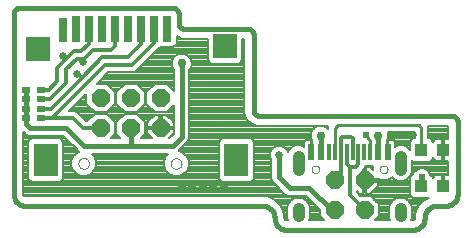
<source format=gtl>
G75*
G70*
%OFA0B0*%
%FSLAX24Y24*%
%IPPOS*%
%LPD*%
%AMOC8*
5,1,8,0,0,1.08239X$1,22.5*
%
%ADD10C,0.0160*%
%ADD11R,0.0800X0.1100*%
%ADD12R,0.0295X0.0900*%
%ADD13R,0.0295X0.0801*%
%ADD14R,0.0800X0.0800*%
%ADD15C,0.0000*%
%ADD16R,0.0394X0.0433*%
%ADD17R,0.0118X0.0571*%
%ADD18R,0.0236X0.0571*%
%ADD19R,0.0217X0.0571*%
%ADD20C,0.0394*%
%ADD21R,0.0256X0.0197*%
%ADD22OC8,0.0600*%
%ADD23C,0.0100*%
%ADD24C,0.0240*%
%ADD25C,0.0300*%
%ADD26C,0.0260*%
%ADD27C,0.0120*%
%ADD28C,0.0080*%
D10*
X001140Y001540D02*
X009040Y001540D01*
X009079Y001538D01*
X009118Y001532D01*
X009156Y001523D01*
X009193Y001510D01*
X009229Y001493D01*
X009262Y001473D01*
X009294Y001449D01*
X009323Y001423D01*
X009349Y001394D01*
X009373Y001362D01*
X009393Y001329D01*
X009410Y001293D01*
X009423Y001256D01*
X009432Y001218D01*
X009438Y001179D01*
X009440Y001140D01*
X009442Y001101D01*
X009448Y001062D01*
X009457Y001024D01*
X009470Y000987D01*
X009487Y000951D01*
X009507Y000918D01*
X009531Y000886D01*
X009557Y000857D01*
X009586Y000831D01*
X009618Y000807D01*
X009651Y000787D01*
X009687Y000770D01*
X009724Y000757D01*
X009762Y000748D01*
X009801Y000742D01*
X009840Y000740D01*
X014040Y000740D01*
X014079Y000742D01*
X014118Y000748D01*
X014156Y000757D01*
X014193Y000770D01*
X014229Y000787D01*
X014262Y000807D01*
X014294Y000831D01*
X014323Y000857D01*
X014349Y000886D01*
X014373Y000918D01*
X014393Y000951D01*
X014410Y000987D01*
X014423Y001024D01*
X014432Y001062D01*
X014438Y001101D01*
X014440Y001140D01*
X014442Y001179D01*
X014448Y001218D01*
X014457Y001256D01*
X014470Y001293D01*
X014487Y001329D01*
X014507Y001362D01*
X014531Y001394D01*
X014557Y001423D01*
X014586Y001449D01*
X014618Y001473D01*
X014651Y001493D01*
X014687Y001510D01*
X014724Y001523D01*
X014762Y001532D01*
X014801Y001538D01*
X014840Y001540D01*
X015140Y001540D01*
X015179Y001542D01*
X015218Y001548D01*
X015256Y001557D01*
X015293Y001570D01*
X015329Y001587D01*
X015362Y001607D01*
X015394Y001631D01*
X015423Y001657D01*
X015449Y001686D01*
X015473Y001718D01*
X015493Y001751D01*
X015510Y001787D01*
X015523Y001824D01*
X015532Y001862D01*
X015538Y001901D01*
X015540Y001940D01*
X015540Y004340D01*
X015538Y004366D01*
X015533Y004392D01*
X015525Y004417D01*
X015513Y004440D01*
X015499Y004462D01*
X015481Y004481D01*
X015462Y004499D01*
X015440Y004513D01*
X015417Y004525D01*
X015392Y004533D01*
X015366Y004538D01*
X015340Y004540D01*
X008940Y004540D01*
X008914Y004542D01*
X008888Y004547D01*
X008863Y004555D01*
X008840Y004567D01*
X008818Y004581D01*
X008799Y004599D01*
X008781Y004618D01*
X008767Y004640D01*
X008755Y004663D01*
X008747Y004688D01*
X008742Y004714D01*
X008740Y004740D01*
X008740Y007240D01*
X008738Y007266D01*
X008733Y007292D01*
X008725Y007317D01*
X008713Y007340D01*
X008699Y007362D01*
X008681Y007381D01*
X008662Y007399D01*
X008640Y007413D01*
X008617Y007425D01*
X008592Y007433D01*
X008566Y007438D01*
X008540Y007440D01*
X006440Y007440D01*
X006414Y007442D01*
X006388Y007447D01*
X006363Y007455D01*
X006340Y007467D01*
X006318Y007481D01*
X006299Y007499D01*
X006281Y007518D01*
X006267Y007540D01*
X006255Y007563D01*
X006247Y007588D01*
X006242Y007614D01*
X006240Y007640D01*
X006240Y007940D01*
X006238Y007966D01*
X006233Y007992D01*
X006225Y008017D01*
X006213Y008040D01*
X006199Y008062D01*
X006181Y008081D01*
X006162Y008099D01*
X006140Y008113D01*
X006117Y008125D01*
X006092Y008133D01*
X006066Y008138D01*
X006040Y008140D01*
X000940Y008140D01*
X000914Y008138D01*
X000888Y008133D01*
X000863Y008125D01*
X000840Y008113D01*
X000818Y008099D01*
X000799Y008081D01*
X000781Y008062D01*
X000767Y008040D01*
X000755Y008017D01*
X000747Y007992D01*
X000742Y007966D01*
X000740Y007940D01*
X000740Y001940D01*
X000742Y001901D01*
X000748Y001862D01*
X000757Y001824D01*
X000770Y001787D01*
X000787Y001751D01*
X000807Y001718D01*
X000831Y001686D01*
X000857Y001657D01*
X000886Y001631D01*
X000918Y001607D01*
X000951Y001587D01*
X000987Y001570D01*
X001024Y001557D01*
X001062Y001548D01*
X001101Y001542D01*
X001140Y001540D01*
X003090Y003540D02*
X004690Y003540D01*
X004640Y003590D01*
X004640Y004140D01*
X004690Y003540D02*
X006040Y003540D01*
X006340Y003840D01*
X006340Y006290D01*
X004545Y007451D02*
X004540Y007456D01*
X004540Y007740D01*
X001144Y005412D02*
X001144Y005097D01*
X001144Y004783D01*
X001144Y004468D01*
X001144Y004286D01*
X001290Y004140D01*
X002490Y004140D01*
X003090Y003540D01*
X009590Y003240D02*
X009590Y002490D01*
X009940Y002140D01*
X010590Y002140D01*
X011340Y001390D01*
X011440Y001390D01*
X010973Y003328D02*
X010973Y003878D01*
X012902Y003878D02*
X012902Y003328D01*
D11*
X008164Y003067D03*
X001814Y003067D03*
D12*
X002813Y007451D03*
X003246Y007451D03*
X003679Y007451D03*
X004112Y007451D03*
X004545Y007451D03*
X004978Y007451D03*
X005411Y007451D03*
X005844Y007451D03*
D13*
X002380Y007401D03*
D14*
X001564Y006767D03*
X007784Y006867D03*
D15*
X005982Y002953D02*
X005984Y002979D01*
X005990Y003005D01*
X006000Y003030D01*
X006013Y003053D01*
X006029Y003073D01*
X006049Y003091D01*
X006071Y003106D01*
X006094Y003118D01*
X006120Y003126D01*
X006146Y003130D01*
X006172Y003130D01*
X006198Y003126D01*
X006224Y003118D01*
X006248Y003106D01*
X006269Y003091D01*
X006289Y003073D01*
X006305Y003053D01*
X006318Y003030D01*
X006328Y003005D01*
X006334Y002979D01*
X006336Y002953D01*
X006334Y002927D01*
X006328Y002901D01*
X006318Y002876D01*
X006305Y002853D01*
X006289Y002833D01*
X006269Y002815D01*
X006247Y002800D01*
X006224Y002788D01*
X006198Y002780D01*
X006172Y002776D01*
X006146Y002776D01*
X006120Y002780D01*
X006094Y002788D01*
X006070Y002800D01*
X006049Y002815D01*
X006029Y002833D01*
X006013Y002853D01*
X006000Y002876D01*
X005990Y002901D01*
X005984Y002927D01*
X005982Y002953D01*
X002899Y002957D02*
X002901Y002983D01*
X002907Y003009D01*
X002917Y003034D01*
X002930Y003057D01*
X002946Y003077D01*
X002966Y003095D01*
X002988Y003110D01*
X003011Y003122D01*
X003037Y003130D01*
X003063Y003134D01*
X003089Y003134D01*
X003115Y003130D01*
X003141Y003122D01*
X003165Y003110D01*
X003186Y003095D01*
X003206Y003077D01*
X003222Y003057D01*
X003235Y003034D01*
X003245Y003009D01*
X003251Y002983D01*
X003253Y002957D01*
X003251Y002931D01*
X003245Y002905D01*
X003235Y002880D01*
X003222Y002857D01*
X003206Y002837D01*
X003186Y002819D01*
X003164Y002804D01*
X003141Y002792D01*
X003115Y002784D01*
X003089Y002780D01*
X003063Y002780D01*
X003037Y002784D01*
X003011Y002792D01*
X002987Y002804D01*
X002966Y002819D01*
X002946Y002837D01*
X002930Y002857D01*
X002917Y002880D01*
X002907Y002905D01*
X002901Y002931D01*
X002899Y002957D01*
X010672Y002759D02*
X010674Y002781D01*
X010680Y002803D01*
X010689Y002823D01*
X010702Y002841D01*
X010718Y002857D01*
X010736Y002870D01*
X010756Y002879D01*
X010778Y002885D01*
X010800Y002887D01*
X010822Y002885D01*
X010844Y002879D01*
X010864Y002870D01*
X010882Y002857D01*
X010898Y002841D01*
X010911Y002823D01*
X010920Y002803D01*
X010926Y002781D01*
X010928Y002759D01*
X010926Y002737D01*
X010920Y002715D01*
X010911Y002695D01*
X010898Y002677D01*
X010882Y002661D01*
X010864Y002648D01*
X010844Y002639D01*
X010822Y002633D01*
X010800Y002631D01*
X010778Y002633D01*
X010756Y002639D01*
X010736Y002648D01*
X010718Y002661D01*
X010702Y002677D01*
X010689Y002695D01*
X010680Y002715D01*
X010674Y002737D01*
X010672Y002759D01*
X012947Y002759D02*
X012949Y002781D01*
X012955Y002803D01*
X012964Y002823D01*
X012977Y002841D01*
X012993Y002857D01*
X013011Y002870D01*
X013031Y002879D01*
X013053Y002885D01*
X013075Y002887D01*
X013097Y002885D01*
X013119Y002879D01*
X013139Y002870D01*
X013157Y002857D01*
X013173Y002841D01*
X013186Y002823D01*
X013195Y002803D01*
X013201Y002781D01*
X013203Y002759D01*
X013201Y002737D01*
X013195Y002715D01*
X013186Y002695D01*
X013173Y002677D01*
X013157Y002661D01*
X013139Y002648D01*
X013119Y002639D01*
X013097Y002633D01*
X013075Y002631D01*
X013053Y002633D01*
X013031Y002639D01*
X013011Y002648D01*
X012993Y002661D01*
X012977Y002677D01*
X012964Y002695D01*
X012955Y002715D01*
X012949Y002737D01*
X012947Y002759D01*
D16*
X014335Y002208D03*
X015045Y002208D03*
X015045Y003408D03*
X014335Y003408D03*
D17*
X012627Y003328D03*
X012430Y003328D03*
X012233Y003328D03*
X012036Y003328D03*
X011839Y003328D03*
X011642Y003328D03*
X011446Y003328D03*
X011249Y003328D03*
D18*
X010668Y003328D03*
X013207Y003328D03*
D19*
X012902Y003328D03*
X010973Y003328D03*
D20*
X010237Y003184D02*
X010237Y002752D01*
X010237Y001440D02*
X010237Y001204D01*
X013638Y001204D02*
X013638Y001440D01*
X013638Y002752D02*
X013638Y003184D01*
D21*
X001636Y004468D03*
X001144Y004468D03*
X001144Y004783D03*
X001636Y004783D03*
X001636Y005097D03*
X001636Y005412D03*
X001144Y005412D03*
X001144Y005097D03*
D22*
X003640Y005140D03*
X004640Y005140D03*
X005640Y005140D03*
X005640Y004140D03*
X004640Y004140D03*
X003640Y004140D03*
X011440Y002390D03*
X012440Y002390D03*
X012440Y001390D03*
X011440Y001390D03*
D23*
X014335Y002208D02*
X014335Y002435D01*
X014335Y002485D01*
X014340Y002490D01*
X014340Y002440D02*
X014335Y002435D01*
X014335Y003408D02*
X014335Y004145D01*
X014240Y004240D01*
X011540Y004240D01*
X011446Y004146D01*
X011446Y003328D01*
X012627Y003328D02*
X012627Y003703D01*
X012490Y003890D01*
D24*
X012490Y003890D03*
X014340Y002490D03*
D25*
X012902Y003878D03*
X010973Y003878D03*
X006340Y006290D03*
X004540Y007740D03*
D26*
X003690Y007740D03*
X002390Y006540D03*
X003040Y006340D03*
X002840Y005940D03*
X009590Y003240D03*
X007740Y002190D03*
X007390Y002190D03*
X007040Y002190D03*
X006690Y002190D03*
X006340Y002190D03*
X013340Y003890D03*
X013690Y003890D03*
X014040Y003890D03*
D27*
X012233Y003328D02*
X012233Y002933D01*
X012140Y002840D01*
X011940Y002840D01*
X011940Y001890D01*
X012440Y001390D01*
X011440Y002390D02*
X011642Y002592D01*
X011642Y003792D01*
X011690Y003840D01*
X011990Y003840D01*
X012036Y003794D01*
X012036Y003328D01*
X011840Y003340D02*
X011840Y002940D01*
X011940Y002840D01*
X005411Y006961D02*
X004690Y006240D01*
X003790Y006240D01*
X002018Y004468D01*
X002712Y004468D01*
X003040Y004140D01*
X003640Y004140D01*
X002018Y004468D02*
X001636Y004468D01*
X001636Y004783D02*
X001983Y004783D01*
X003015Y005815D01*
X002890Y005940D01*
X002840Y005940D01*
X003015Y005815D02*
X003690Y006490D01*
X004540Y006490D01*
X004978Y006928D01*
X004978Y007451D01*
X005411Y007451D02*
X005411Y006961D01*
X004112Y006862D02*
X004112Y007451D01*
X003690Y007462D02*
X003679Y007451D01*
X003690Y007462D02*
X003690Y007740D01*
X003246Y007451D02*
X003246Y006946D01*
X002990Y006690D01*
X002740Y006690D01*
X002490Y006440D01*
X002390Y006540D01*
X002490Y006440D02*
X002190Y006140D01*
X002190Y005690D01*
X001912Y005412D01*
X001636Y005412D01*
X001636Y005097D02*
X001947Y005097D01*
X002490Y005640D01*
X002490Y006090D01*
X002840Y006440D01*
X003040Y006440D01*
X003040Y006340D01*
X003040Y006440D02*
X003090Y006440D01*
X003390Y006740D01*
X003990Y006740D01*
X004112Y006862D01*
D28*
X005175Y006386D02*
X006022Y006386D01*
X006010Y006356D02*
X006010Y006224D01*
X006060Y006103D01*
X006080Y006083D01*
X006080Y005379D01*
X005839Y005620D01*
X005441Y005620D01*
X005160Y005339D01*
X005160Y004941D01*
X005441Y004660D01*
X005839Y004660D01*
X006080Y004901D01*
X006080Y003948D01*
X005932Y003800D01*
X005922Y003800D01*
X006080Y003958D01*
X006080Y004100D01*
X005680Y004100D01*
X005680Y004180D01*
X005600Y004180D01*
X005600Y004580D01*
X005458Y004580D01*
X005200Y004322D01*
X005200Y004180D01*
X005600Y004180D01*
X005600Y004100D01*
X005200Y004100D01*
X005200Y003958D01*
X005358Y003800D01*
X004979Y003800D01*
X005120Y003941D01*
X005120Y004339D01*
X004839Y004620D01*
X004441Y004620D01*
X004160Y004339D01*
X004160Y003941D01*
X004301Y003800D01*
X003979Y003800D01*
X004120Y003941D01*
X004120Y004339D01*
X003839Y004620D01*
X003441Y004620D01*
X003201Y004380D01*
X003139Y004380D01*
X002916Y004604D01*
X002848Y004671D01*
X002760Y004708D01*
X002597Y004708D01*
X003160Y005271D01*
X003160Y004941D01*
X003441Y004660D01*
X003839Y004660D01*
X004120Y004941D01*
X004120Y005339D01*
X003839Y005620D01*
X003509Y005620D01*
X003889Y006000D01*
X004738Y006000D01*
X004826Y006037D01*
X005547Y006758D01*
X005610Y006821D01*
X006066Y006821D01*
X006172Y006926D01*
X006172Y007188D01*
X006337Y007120D01*
X007204Y007120D01*
X007204Y006393D01*
X007309Y006287D01*
X008258Y006287D01*
X008364Y006393D01*
X008364Y007120D01*
X008420Y007120D01*
X008420Y004637D01*
X008499Y004445D01*
X008645Y004299D01*
X008645Y004299D01*
X008837Y004220D01*
X011216Y004220D01*
X011216Y004102D01*
X011160Y004158D01*
X011039Y004208D01*
X010907Y004208D01*
X010786Y004158D01*
X010693Y004065D01*
X010643Y003943D01*
X010643Y003812D01*
X010687Y003706D01*
X010687Y003690D01*
X010685Y003688D01*
X010685Y003347D01*
X010649Y003347D01*
X010649Y003753D01*
X010531Y003753D01*
X010496Y003744D01*
X010464Y003725D01*
X010438Y003699D01*
X010419Y003667D01*
X010410Y003632D01*
X010410Y003520D01*
X010312Y003561D01*
X010162Y003561D01*
X010023Y003504D01*
X009917Y003398D01*
X009889Y003329D01*
X009853Y003416D01*
X009766Y003503D01*
X009652Y003550D01*
X009528Y003550D01*
X009414Y003503D01*
X009327Y003416D01*
X009280Y003302D01*
X009280Y003178D01*
X009327Y003064D01*
X009330Y003062D01*
X009330Y002438D01*
X009370Y002343D01*
X009443Y002270D01*
X009793Y001920D01*
X009888Y001880D01*
X010482Y001880D01*
X010960Y001402D01*
X010960Y001191D01*
X011091Y001060D01*
X010585Y001060D01*
X010614Y001129D01*
X010614Y001515D01*
X010556Y001653D01*
X010450Y001759D01*
X010312Y001817D01*
X010162Y001817D01*
X010023Y001759D01*
X009917Y001653D01*
X009860Y001515D01*
X009860Y001129D01*
X009889Y001060D01*
X009840Y001060D01*
X009824Y001062D01*
X009796Y001073D01*
X009773Y001096D01*
X009762Y001124D01*
X009760Y001140D01*
X009760Y001283D01*
X009860Y001283D01*
X009860Y001204D02*
X009760Y001204D01*
X009761Y001126D02*
X009861Y001126D01*
X009760Y001283D02*
X009650Y001548D01*
X009448Y001750D01*
X009448Y001750D01*
X009183Y001860D01*
X001140Y001860D01*
X001124Y001862D01*
X001096Y001873D01*
X001073Y001896D01*
X001062Y001924D01*
X001060Y001940D01*
X001060Y004002D01*
X001070Y003993D01*
X001143Y003920D01*
X001238Y003880D01*
X002382Y003880D01*
X002870Y003393D01*
X002919Y003344D01*
X002840Y003311D01*
X002722Y003194D01*
X002659Y003040D01*
X002659Y002874D01*
X002722Y002721D01*
X002840Y002604D01*
X002993Y002540D01*
X003159Y002540D01*
X003312Y002604D01*
X003429Y002721D01*
X003493Y002874D01*
X003493Y003040D01*
X003429Y003194D01*
X003343Y003280D01*
X005895Y003280D01*
X005805Y003190D01*
X005741Y003036D01*
X005741Y002870D01*
X005805Y002717D01*
X005922Y002600D01*
X006076Y002536D01*
X006241Y002536D01*
X006395Y002600D01*
X006512Y002717D01*
X006576Y002870D01*
X006576Y003036D01*
X006512Y003190D01*
X006395Y003307D01*
X006241Y003371D01*
X006238Y003371D01*
X006260Y003393D01*
X006560Y003693D01*
X006600Y003788D01*
X006600Y006083D01*
X006620Y006103D01*
X006670Y006224D01*
X006670Y006356D01*
X006620Y006477D01*
X006527Y006570D01*
X006406Y006620D01*
X006274Y006620D01*
X006153Y006570D01*
X006060Y006477D01*
X006010Y006356D01*
X006010Y006307D02*
X005096Y006307D01*
X005018Y006229D02*
X006010Y006229D01*
X006041Y006150D02*
X004939Y006150D01*
X004861Y006072D02*
X006080Y006072D01*
X006080Y005993D02*
X003882Y005993D01*
X003804Y005915D02*
X006080Y005915D01*
X006080Y005836D02*
X003725Y005836D01*
X003647Y005758D02*
X006080Y005758D01*
X006080Y005679D02*
X003568Y005679D01*
X003858Y005601D02*
X004422Y005601D01*
X004441Y005620D02*
X004160Y005339D01*
X004160Y004941D01*
X004441Y004660D01*
X004839Y004660D01*
X005120Y004941D01*
X005120Y005339D01*
X004839Y005620D01*
X004441Y005620D01*
X004343Y005522D02*
X003937Y005522D01*
X004015Y005444D02*
X004265Y005444D01*
X004186Y005365D02*
X004094Y005365D01*
X004120Y005287D02*
X004160Y005287D01*
X004160Y005208D02*
X004120Y005208D01*
X004120Y005130D02*
X004160Y005130D01*
X004160Y005051D02*
X004120Y005051D01*
X004120Y004973D02*
X004160Y004973D01*
X004207Y004894D02*
X004073Y004894D01*
X003994Y004816D02*
X004286Y004816D01*
X004364Y004737D02*
X003916Y004737D01*
X003879Y004580D02*
X004401Y004580D01*
X004323Y004502D02*
X003957Y004502D01*
X004036Y004423D02*
X004244Y004423D01*
X004166Y004345D02*
X004114Y004345D01*
X004120Y004266D02*
X004160Y004266D01*
X004160Y004188D02*
X004120Y004188D01*
X004120Y004109D02*
X004160Y004109D01*
X004160Y004031D02*
X004120Y004031D01*
X004120Y003952D02*
X004160Y003952D01*
X004228Y003874D02*
X004052Y003874D01*
X003244Y004423D02*
X003096Y004423D01*
X003018Y004502D02*
X003323Y004502D01*
X003401Y004580D02*
X002939Y004580D01*
X002861Y004659D02*
X006080Y004659D01*
X006080Y004737D02*
X005916Y004737D01*
X005994Y004816D02*
X006080Y004816D01*
X006073Y004894D02*
X006080Y004894D01*
X006080Y004580D02*
X004879Y004580D01*
X004957Y004502D02*
X005379Y004502D01*
X005301Y004423D02*
X005036Y004423D01*
X005114Y004345D02*
X005222Y004345D01*
X005200Y004266D02*
X005120Y004266D01*
X005120Y004188D02*
X005200Y004188D01*
X005120Y004109D02*
X005600Y004109D01*
X005600Y004188D02*
X005680Y004188D01*
X005680Y004180D02*
X005680Y004580D01*
X005822Y004580D01*
X006080Y004322D01*
X006080Y004180D01*
X005680Y004180D01*
X005680Y004109D02*
X006080Y004109D01*
X006080Y004031D02*
X006080Y004031D01*
X006074Y003952D02*
X006080Y003952D01*
X006006Y003874D02*
X005996Y003874D01*
X006080Y004188D02*
X006080Y004188D01*
X006080Y004266D02*
X006080Y004266D01*
X006080Y004345D02*
X006058Y004345D01*
X006080Y004423D02*
X005979Y004423D01*
X005901Y004502D02*
X006080Y004502D01*
X005680Y004502D02*
X005600Y004502D01*
X005600Y004423D02*
X005680Y004423D01*
X005680Y004345D02*
X005600Y004345D01*
X005600Y004266D02*
X005680Y004266D01*
X005200Y004031D02*
X005120Y004031D01*
X005120Y003952D02*
X005206Y003952D01*
X005284Y003874D02*
X005052Y003874D01*
X006270Y003403D02*
X007584Y003403D01*
X007584Y003481D02*
X006349Y003481D01*
X006427Y003560D02*
X007584Y003560D01*
X007584Y003638D02*
X006506Y003638D01*
X006570Y003717D02*
X007609Y003717D01*
X007584Y003692D02*
X007584Y002443D01*
X007689Y002337D01*
X008638Y002337D01*
X008744Y002443D01*
X008744Y003692D01*
X008638Y003797D01*
X007689Y003797D01*
X007584Y003692D01*
X007687Y003795D02*
X006600Y003795D01*
X006600Y003874D02*
X010643Y003874D01*
X010647Y003952D02*
X006600Y003952D01*
X006600Y004031D02*
X010679Y004031D01*
X010738Y004109D02*
X006600Y004109D01*
X006600Y004188D02*
X010858Y004188D01*
X011088Y004188D02*
X011216Y004188D01*
X011209Y004109D02*
X011216Y004109D01*
X010650Y003795D02*
X008641Y003795D01*
X008719Y003717D02*
X010455Y003717D01*
X010412Y003638D02*
X008744Y003638D01*
X008744Y003560D02*
X010158Y003560D01*
X010315Y003560D02*
X010410Y003560D01*
X010649Y003560D02*
X010685Y003560D01*
X010685Y003638D02*
X010649Y003638D01*
X010649Y003717D02*
X010683Y003717D01*
X010685Y003481D02*
X010649Y003481D01*
X010649Y003403D02*
X010685Y003403D01*
X010001Y003481D02*
X009787Y003481D01*
X009858Y003403D02*
X009922Y003403D01*
X009393Y003481D02*
X008744Y003481D01*
X008744Y003403D02*
X009322Y003403D01*
X009289Y003324D02*
X008744Y003324D01*
X008744Y003246D02*
X009280Y003246D01*
X009285Y003167D02*
X008744Y003167D01*
X008744Y003089D02*
X009317Y003089D01*
X009330Y003010D02*
X008744Y003010D01*
X008744Y002932D02*
X009330Y002932D01*
X009330Y002853D02*
X008744Y002853D01*
X008744Y002775D02*
X009330Y002775D01*
X009330Y002696D02*
X008744Y002696D01*
X008744Y002618D02*
X009330Y002618D01*
X009330Y002539D02*
X008744Y002539D01*
X008744Y002461D02*
X009330Y002461D01*
X009353Y002382D02*
X008683Y002382D01*
X009409Y002304D02*
X001060Y002304D01*
X001060Y002382D02*
X001295Y002382D01*
X001339Y002337D02*
X001234Y002443D01*
X001234Y003692D01*
X001339Y003797D01*
X002288Y003797D01*
X002394Y003692D01*
X002394Y002443D01*
X002288Y002337D01*
X001339Y002337D01*
X001234Y002461D02*
X001060Y002461D01*
X001060Y002539D02*
X001234Y002539D01*
X001234Y002618D02*
X001060Y002618D01*
X001060Y002696D02*
X001234Y002696D01*
X001234Y002775D02*
X001060Y002775D01*
X001060Y002853D02*
X001234Y002853D01*
X001234Y002932D02*
X001060Y002932D01*
X001060Y003010D02*
X001234Y003010D01*
X001234Y003089D02*
X001060Y003089D01*
X001060Y003167D02*
X001234Y003167D01*
X001234Y003246D02*
X001060Y003246D01*
X001060Y003324D02*
X001234Y003324D01*
X001234Y003403D02*
X001060Y003403D01*
X001060Y003481D02*
X001234Y003481D01*
X001234Y003560D02*
X001060Y003560D01*
X001060Y003638D02*
X001234Y003638D01*
X001259Y003717D02*
X001060Y003717D01*
X001060Y003795D02*
X001337Y003795D01*
X001110Y003952D02*
X001060Y003952D01*
X001060Y003874D02*
X002389Y003874D01*
X002467Y003795D02*
X002291Y003795D01*
X002369Y003717D02*
X002546Y003717D01*
X002624Y003638D02*
X002394Y003638D01*
X002394Y003560D02*
X002703Y003560D01*
X002781Y003481D02*
X002394Y003481D01*
X002394Y003403D02*
X002860Y003403D01*
X002871Y003324D02*
X002394Y003324D01*
X002394Y003246D02*
X002774Y003246D01*
X002711Y003167D02*
X002394Y003167D01*
X002394Y003089D02*
X002679Y003089D01*
X002659Y003010D02*
X002394Y003010D01*
X002394Y002932D02*
X002659Y002932D01*
X002668Y002853D02*
X002394Y002853D01*
X002394Y002775D02*
X002700Y002775D01*
X002747Y002696D02*
X002394Y002696D01*
X002394Y002618D02*
X002826Y002618D01*
X002394Y002539D02*
X006069Y002539D01*
X006248Y002539D02*
X007584Y002539D01*
X007584Y002461D02*
X002394Y002461D01*
X002333Y002382D02*
X007645Y002382D01*
X007584Y002618D02*
X006413Y002618D01*
X006491Y002696D02*
X007584Y002696D01*
X007584Y002775D02*
X006536Y002775D01*
X006568Y002853D02*
X007584Y002853D01*
X007584Y002932D02*
X006576Y002932D01*
X006576Y003010D02*
X007584Y003010D01*
X007584Y003089D02*
X006554Y003089D01*
X006522Y003167D02*
X007584Y003167D01*
X007584Y003246D02*
X006456Y003246D01*
X006354Y003324D02*
X007584Y003324D01*
X005904Y002618D02*
X003326Y002618D01*
X003404Y002696D02*
X005826Y002696D01*
X005781Y002775D02*
X003452Y002775D01*
X003484Y002853D02*
X005749Y002853D01*
X005741Y002932D02*
X003493Y002932D01*
X003493Y003010D02*
X005741Y003010D01*
X005763Y003089D02*
X003473Y003089D01*
X003441Y003167D02*
X005795Y003167D01*
X005861Y003246D02*
X003378Y003246D01*
X001060Y002225D02*
X009487Y002225D01*
X009566Y002147D02*
X001060Y002147D01*
X001060Y002068D02*
X009644Y002068D01*
X009723Y001990D02*
X001060Y001990D01*
X001067Y001911D02*
X009813Y001911D01*
X010018Y001754D02*
X009439Y001754D01*
X009523Y001676D02*
X009939Y001676D01*
X009894Y001597D02*
X009601Y001597D01*
X009650Y001548D02*
X009650Y001548D01*
X009663Y001519D02*
X009861Y001519D01*
X009860Y001440D02*
X009695Y001440D01*
X009728Y001361D02*
X009860Y001361D01*
X010456Y001754D02*
X010608Y001754D01*
X010534Y001676D02*
X010687Y001676D01*
X010765Y001597D02*
X010580Y001597D01*
X010612Y001519D02*
X010844Y001519D01*
X010922Y001440D02*
X010614Y001440D01*
X010614Y001361D02*
X010960Y001361D01*
X010960Y001283D02*
X010614Y001283D01*
X010614Y001204D02*
X010960Y001204D01*
X011025Y001126D02*
X010613Y001126D01*
X010530Y001833D02*
X009250Y001833D01*
X012180Y001989D02*
X012180Y002028D01*
X012258Y001950D01*
X012400Y001950D01*
X012400Y002350D01*
X012480Y002350D01*
X012480Y002430D01*
X012880Y002430D01*
X012880Y002442D01*
X013002Y002391D01*
X013149Y002391D01*
X013284Y002447D01*
X013347Y002510D01*
X013425Y002432D01*
X013563Y002374D01*
X013713Y002374D01*
X013852Y002432D01*
X013958Y002538D01*
X014015Y002676D01*
X014015Y003060D01*
X014064Y003011D01*
X014607Y003011D01*
X014712Y003117D01*
X014712Y003156D01*
X014717Y003137D01*
X014736Y003105D01*
X014762Y003079D01*
X014794Y003061D01*
X014829Y003051D01*
X015005Y003051D01*
X015005Y003368D01*
X015085Y003368D01*
X015085Y003051D01*
X015220Y003051D01*
X015220Y002564D01*
X015085Y002564D01*
X015085Y002248D01*
X015005Y002248D01*
X015005Y002564D01*
X014829Y002564D01*
X014794Y002555D01*
X014762Y002536D01*
X014736Y002510D01*
X014717Y002478D01*
X014712Y002459D01*
X014712Y002499D01*
X014625Y002586D01*
X014594Y002660D01*
X014510Y002744D01*
X014400Y002790D01*
X014280Y002790D01*
X014170Y002744D01*
X014086Y002660D01*
X014062Y002602D01*
X013959Y002499D01*
X013959Y001917D01*
X014064Y001811D01*
X014579Y001811D01*
X014432Y001750D01*
X014230Y001548D01*
X014120Y001283D01*
X014015Y001283D01*
X014015Y001204D02*
X014120Y001204D01*
X014120Y001140D02*
X014118Y001124D01*
X014107Y001096D01*
X014084Y001073D01*
X014056Y001062D01*
X014040Y001060D01*
X013987Y001060D01*
X014015Y001129D01*
X014015Y001515D01*
X013958Y001653D01*
X013852Y001759D01*
X013713Y001817D01*
X013563Y001817D01*
X013425Y001759D01*
X013319Y001653D01*
X013262Y001515D01*
X013262Y001129D01*
X013290Y001060D01*
X012789Y001060D01*
X012920Y001191D01*
X012920Y001589D01*
X012639Y001870D01*
X012299Y001870D01*
X012180Y001989D01*
X012180Y001990D02*
X012218Y001990D01*
X012258Y001911D02*
X013964Y001911D01*
X013959Y001990D02*
X012662Y001990D01*
X012622Y001950D02*
X012880Y002208D01*
X012880Y002350D01*
X012480Y002350D01*
X012480Y001950D01*
X012622Y001950D01*
X012480Y001990D02*
X012400Y001990D01*
X012400Y002068D02*
X012480Y002068D01*
X012480Y002147D02*
X012400Y002147D01*
X012400Y002225D02*
X012480Y002225D01*
X012480Y002304D02*
X012400Y002304D01*
X012480Y002382D02*
X013545Y002382D01*
X013396Y002461D02*
X013297Y002461D01*
X012880Y002304D02*
X013959Y002304D01*
X013959Y002382D02*
X013732Y002382D01*
X013881Y002461D02*
X013959Y002461D01*
X013959Y002539D02*
X013999Y002539D01*
X013991Y002618D02*
X014068Y002618D01*
X014015Y002696D02*
X014122Y002696D01*
X014015Y002775D02*
X014243Y002775D01*
X014437Y002775D02*
X015220Y002775D01*
X015220Y002853D02*
X014015Y002853D01*
X014015Y002932D02*
X015220Y002932D01*
X015220Y003010D02*
X014015Y003010D01*
X013959Y003396D02*
X013958Y003398D01*
X013852Y003504D01*
X013713Y003561D01*
X013563Y003561D01*
X013465Y003520D01*
X013465Y003632D01*
X013456Y003667D01*
X013437Y003699D01*
X013411Y003725D01*
X013379Y003744D01*
X013344Y003753D01*
X013226Y003753D01*
X013226Y003347D01*
X013190Y003347D01*
X013190Y003688D01*
X013188Y003690D01*
X013188Y003706D01*
X013232Y003812D01*
X013232Y003943D01*
X013205Y004010D01*
X014105Y004010D01*
X014105Y003804D01*
X014064Y003804D01*
X013959Y003699D01*
X013959Y003396D01*
X013959Y003403D02*
X013953Y003403D01*
X013959Y003481D02*
X013874Y003481D01*
X013959Y003560D02*
X013717Y003560D01*
X013560Y003560D02*
X013465Y003560D01*
X013464Y003638D02*
X013959Y003638D01*
X013976Y003717D02*
X013420Y003717D01*
X013226Y003717D02*
X013193Y003717D01*
X013190Y003638D02*
X013226Y003638D01*
X013226Y003560D02*
X013190Y003560D01*
X013190Y003481D02*
X013226Y003481D01*
X013226Y003403D02*
X013190Y003403D01*
X013225Y003795D02*
X014055Y003795D01*
X014105Y003874D02*
X013232Y003874D01*
X013229Y003952D02*
X014105Y003952D01*
X014565Y003952D02*
X015220Y003952D01*
X015220Y003874D02*
X014565Y003874D01*
X014565Y003804D02*
X014565Y004220D01*
X015220Y004220D01*
X015220Y003764D01*
X015085Y003764D01*
X015085Y003448D01*
X015005Y003448D01*
X015005Y003764D01*
X014829Y003764D01*
X014794Y003755D01*
X014762Y003736D01*
X014736Y003710D01*
X014717Y003678D01*
X014712Y003659D01*
X014712Y003699D01*
X014607Y003804D01*
X014565Y003804D01*
X014616Y003795D02*
X015220Y003795D01*
X015085Y003717D02*
X015005Y003717D01*
X015005Y003638D02*
X015085Y003638D01*
X015085Y003560D02*
X015005Y003560D01*
X015005Y003481D02*
X015085Y003481D01*
X015085Y003324D02*
X015005Y003324D01*
X015005Y003246D02*
X015085Y003246D01*
X015085Y003167D02*
X015005Y003167D01*
X015005Y003089D02*
X015085Y003089D01*
X014752Y003089D02*
X014684Y003089D01*
X014558Y002696D02*
X015220Y002696D01*
X015220Y002618D02*
X014612Y002618D01*
X014672Y002539D02*
X014767Y002539D01*
X014713Y002461D02*
X014712Y002461D01*
X015005Y002461D02*
X015085Y002461D01*
X015085Y002539D02*
X015005Y002539D01*
X015005Y002382D02*
X015085Y002382D01*
X015085Y002304D02*
X015005Y002304D01*
X014043Y001833D02*
X012676Y001833D01*
X012755Y001754D02*
X013419Y001754D01*
X013341Y001676D02*
X012833Y001676D01*
X012912Y001597D02*
X013296Y001597D01*
X013263Y001519D02*
X012920Y001519D01*
X012920Y001440D02*
X013262Y001440D01*
X013262Y001361D02*
X012920Y001361D01*
X012920Y001283D02*
X013262Y001283D01*
X013262Y001204D02*
X012920Y001204D01*
X012855Y001126D02*
X013263Y001126D01*
X014014Y001126D02*
X014119Y001126D01*
X014120Y001140D02*
X014120Y001283D01*
X014152Y001361D02*
X014015Y001361D01*
X014015Y001440D02*
X014185Y001440D01*
X014217Y001519D02*
X014014Y001519D01*
X013981Y001597D02*
X014279Y001597D01*
X014230Y001548D02*
X014230Y001548D01*
X014357Y001676D02*
X013936Y001676D01*
X013857Y001754D02*
X014441Y001754D01*
X014432Y001750D02*
X014432Y001750D01*
X013959Y002068D02*
X012740Y002068D01*
X012819Y002147D02*
X013959Y002147D01*
X013959Y002225D02*
X012880Y002225D01*
X012480Y002430D02*
X012400Y002430D01*
X012400Y002761D01*
X012436Y002797D01*
X012463Y002862D01*
X012563Y002862D01*
X012720Y002862D01*
X012707Y002832D01*
X012707Y002745D01*
X012622Y002830D01*
X012480Y002830D01*
X012480Y002430D01*
X012480Y002461D02*
X012400Y002461D01*
X012400Y002539D02*
X012480Y002539D01*
X012480Y002618D02*
X012400Y002618D01*
X012400Y002696D02*
X012480Y002696D01*
X012480Y002775D02*
X012414Y002775D01*
X012460Y002853D02*
X012716Y002853D01*
X012707Y002775D02*
X012678Y002775D01*
X014695Y003717D02*
X014742Y003717D01*
X014565Y004031D02*
X015220Y004031D01*
X015220Y004109D02*
X014565Y004109D01*
X014565Y004188D02*
X015220Y004188D01*
X008725Y004266D02*
X006600Y004266D01*
X006600Y004345D02*
X008600Y004345D01*
X008522Y004423D02*
X006600Y004423D01*
X006600Y004502D02*
X008476Y004502D01*
X008499Y004445D02*
X008499Y004445D01*
X008443Y004580D02*
X006600Y004580D01*
X006600Y004659D02*
X008420Y004659D01*
X008420Y004737D02*
X006600Y004737D01*
X006600Y004816D02*
X008420Y004816D01*
X008420Y004894D02*
X006600Y004894D01*
X006600Y004973D02*
X008420Y004973D01*
X008420Y005051D02*
X006600Y005051D01*
X006600Y005130D02*
X008420Y005130D01*
X008420Y005208D02*
X006600Y005208D01*
X006600Y005287D02*
X008420Y005287D01*
X008420Y005365D02*
X006600Y005365D01*
X006600Y005444D02*
X008420Y005444D01*
X008420Y005522D02*
X006600Y005522D01*
X006600Y005601D02*
X008420Y005601D01*
X008420Y005679D02*
X006600Y005679D01*
X006600Y005758D02*
X008420Y005758D01*
X008420Y005836D02*
X006600Y005836D01*
X006600Y005915D02*
X008420Y005915D01*
X008420Y005993D02*
X006600Y005993D01*
X006600Y006072D02*
X008420Y006072D01*
X008420Y006150D02*
X006639Y006150D01*
X006670Y006229D02*
X008420Y006229D01*
X008420Y006307D02*
X008278Y006307D01*
X008357Y006386D02*
X008420Y006386D01*
X008420Y006464D02*
X008364Y006464D01*
X008364Y006543D02*
X008420Y006543D01*
X008420Y006621D02*
X008364Y006621D01*
X008364Y006700D02*
X008420Y006700D01*
X008420Y006778D02*
X008364Y006778D01*
X008364Y006857D02*
X008420Y006857D01*
X008420Y006935D02*
X008364Y006935D01*
X008364Y007014D02*
X008420Y007014D01*
X008420Y007092D02*
X008364Y007092D01*
X007204Y007092D02*
X006172Y007092D01*
X006172Y007014D02*
X007204Y007014D01*
X007204Y006935D02*
X006172Y006935D01*
X006102Y006857D02*
X007204Y006857D01*
X007204Y006778D02*
X005567Y006778D01*
X005489Y006700D02*
X007204Y006700D01*
X007204Y006621D02*
X005410Y006621D01*
X005332Y006543D02*
X006126Y006543D01*
X006055Y006464D02*
X005253Y006464D01*
X006172Y007171D02*
X006215Y007171D01*
X006554Y006543D02*
X007204Y006543D01*
X007204Y006464D02*
X006625Y006464D01*
X006658Y006386D02*
X007211Y006386D01*
X007289Y006307D02*
X006670Y006307D01*
X006080Y005601D02*
X005858Y005601D01*
X005937Y005522D02*
X006080Y005522D01*
X006080Y005444D02*
X006015Y005444D01*
X005422Y005601D02*
X004858Y005601D01*
X004937Y005522D02*
X005343Y005522D01*
X005265Y005444D02*
X005015Y005444D01*
X005094Y005365D02*
X005186Y005365D01*
X005160Y005287D02*
X005120Y005287D01*
X005120Y005208D02*
X005160Y005208D01*
X005160Y005130D02*
X005120Y005130D01*
X005120Y005051D02*
X005160Y005051D01*
X005160Y004973D02*
X005120Y004973D01*
X005073Y004894D02*
X005207Y004894D01*
X005286Y004816D02*
X004994Y004816D01*
X004916Y004737D02*
X005364Y004737D01*
X003364Y004737D02*
X002626Y004737D01*
X002705Y004816D02*
X003286Y004816D01*
X003207Y004894D02*
X002783Y004894D01*
X002862Y004973D02*
X003160Y004973D01*
X003160Y005051D02*
X002940Y005051D01*
X003019Y005130D02*
X003160Y005130D01*
X003160Y005208D02*
X003097Y005208D01*
X003645Y007484D02*
X003645Y007820D01*
X003713Y007820D01*
X003713Y007484D01*
X003645Y007484D01*
X003645Y007485D02*
X003713Y007485D01*
X003713Y007563D02*
X003645Y007563D01*
X003645Y007642D02*
X003713Y007642D01*
X003713Y007720D02*
X003645Y007720D01*
X003645Y007799D02*
X003713Y007799D01*
M02*

</source>
